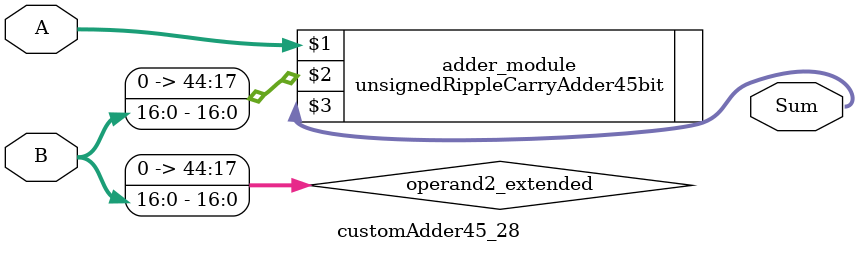
<source format=v>
module customAdder45_28(
                        input [44 : 0] A,
                        input [16 : 0] B,
                        
                        output [45 : 0] Sum
                );

        wire [44 : 0] operand2_extended;
        
        assign operand2_extended =  {28'b0, B};
        
        unsignedRippleCarryAdder45bit adder_module(
            A,
            operand2_extended,
            Sum
        );
        
        endmodule
        
</source>
